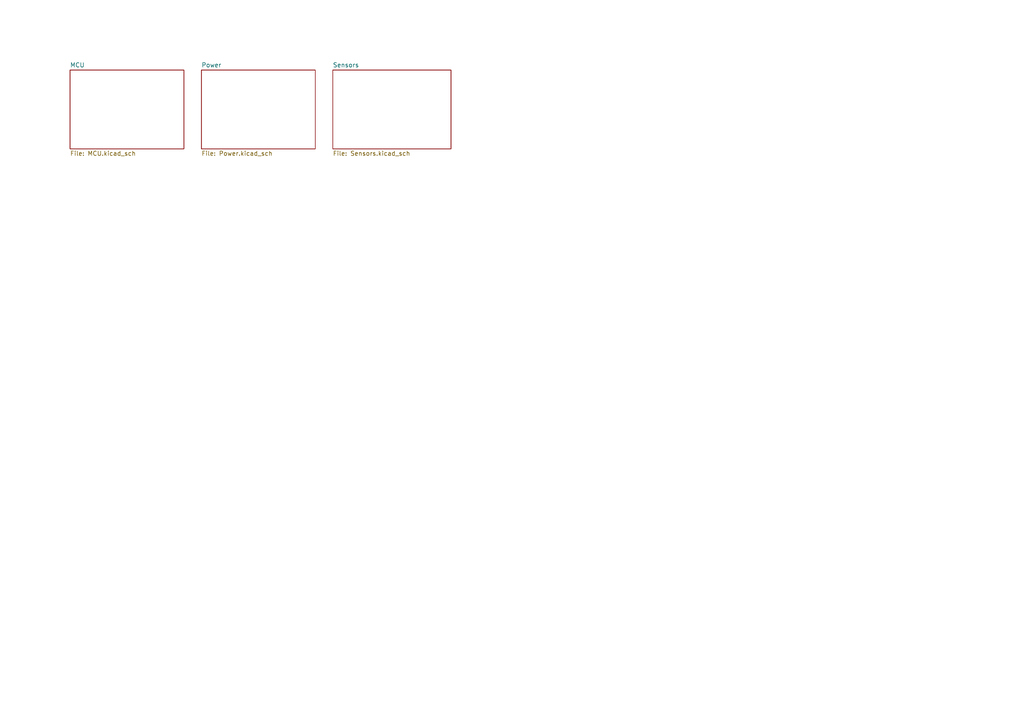
<source format=kicad_sch>
(kicad_sch
	(version 20250114)
	(generator "eeschema")
	(generator_version "9.0")
	(uuid "e98ed281-6a46-49b2-ab41-e3d95fdf6973")
	(paper "A4")
	(lib_symbols)
	(sheet
		(at 58.42 20.32)
		(size 33.02 22.86)
		(exclude_from_sim no)
		(in_bom yes)
		(on_board yes)
		(dnp no)
		(fields_autoplaced yes)
		(stroke
			(width 0.1524)
			(type solid)
		)
		(fill
			(color 0 0 0 0.0000)
		)
		(uuid "2ac26712-adbd-4e92-84f1-3c660d93b184")
		(property "Sheetname" "Power"
			(at 58.42 19.6084 0)
			(effects
				(font
					(size 1.27 1.27)
				)
				(justify left bottom)
			)
		)
		(property "Sheetfile" "Power.kicad_sch"
			(at 58.42 43.7646 0)
			(effects
				(font
					(size 1.27 1.27)
				)
				(justify left top)
			)
		)
		(property "Field2" ""
			(at 58.42 20.32 0)
			(effects
				(font
					(size 1.27 1.27)
				)
			)
		)
		(instances
			(project "BLV_PCB"
				(path "/e98ed281-6a46-49b2-ab41-e3d95fdf6973"
					(page "3")
				)
			)
		)
	)
	(sheet
		(at 96.52 20.32)
		(size 34.29 22.86)
		(exclude_from_sim no)
		(in_bom yes)
		(on_board yes)
		(dnp no)
		(fields_autoplaced yes)
		(stroke
			(width 0.1524)
			(type solid)
		)
		(fill
			(color 0 0 0 0.0000)
		)
		(uuid "569bcdde-8867-46bc-886b-57a220d8386a")
		(property "Sheetname" "Sensors"
			(at 96.52 19.6084 0)
			(effects
				(font
					(size 1.27 1.27)
				)
				(justify left bottom)
			)
		)
		(property "Sheetfile" "Sensors.kicad_sch"
			(at 96.52 43.7646 0)
			(effects
				(font
					(size 1.27 1.27)
				)
				(justify left top)
			)
		)
		(instances
			(project "BLV_PCB"
				(path "/e98ed281-6a46-49b2-ab41-e3d95fdf6973"
					(page "4")
				)
			)
		)
	)
	(sheet
		(at 20.32 20.32)
		(size 33.02 22.86)
		(exclude_from_sim no)
		(in_bom yes)
		(on_board yes)
		(dnp no)
		(fields_autoplaced yes)
		(stroke
			(width 0.1524)
			(type solid)
		)
		(fill
			(color 0 0 0 0.0000)
		)
		(uuid "6e201a35-d390-4e65-a234-b842b3106670")
		(property "Sheetname" "MCU"
			(at 20.32 19.6084 0)
			(effects
				(font
					(size 1.27 1.27)
				)
				(justify left bottom)
			)
		)
		(property "Sheetfile" "MCU.kicad_sch"
			(at 20.32 43.7646 0)
			(effects
				(font
					(size 1.27 1.27)
				)
				(justify left top)
			)
		)
		(property "Field2" ""
			(at 20.32 20.32 0)
			(effects
				(font
					(size 1.27 1.27)
				)
			)
		)
		(instances
			(project "BLV_PCB"
				(path "/e98ed281-6a46-49b2-ab41-e3d95fdf6973"
					(page "2")
				)
			)
		)
	)
	(sheet_instances
		(path "/"
			(page "1")
		)
	)
	(embedded_fonts no)
)

</source>
